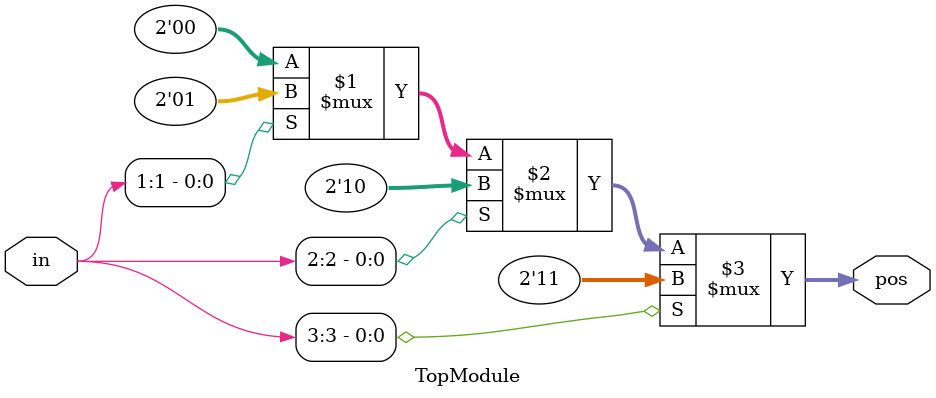
<source format=sv>
module TopModule (
    input  [3:0] in,
    output [1:0] pos
);

    assign pos = (in[3]) ? 2'b11 :
                 (in[2]) ? 2'b10 :
                 (in[1]) ? 2'b01 :
                 2'b00;

endmodule
</source>
